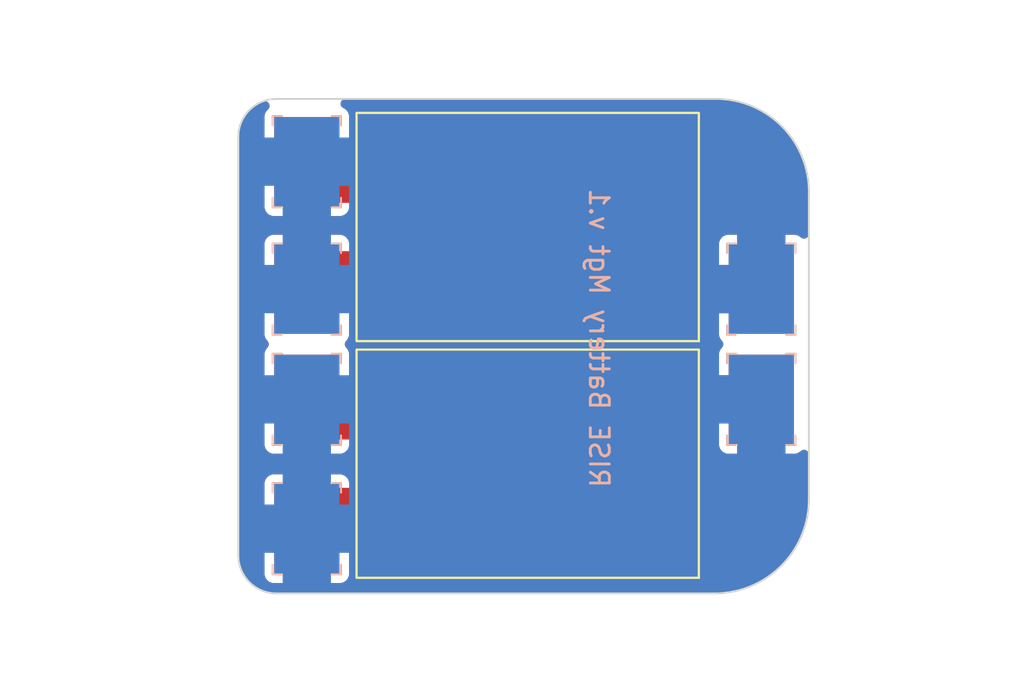
<source format=kicad_pcb>
(kicad_pcb (version 20221018) (generator pcbnew)
  (layers (0 "F.Cu" signal) (31 "B.Cu" signal) (34 "B.Paste" user) (35 "F.Paste" user) (36 "B.SilkS" user "B.Silkscreen") (37 "F.SilkS" user "F.Silkscreen") (38 "B.Mask" user) (39 "F.Mask" user) (44 "Edge.Cuts" user))
  (net 0 "")
  (net 1 "VB1")
  (net 2 "VB2")
  (net 3 "VB")
  (net 4 "VB3")
  (net 5 "VB4")
  (net 6 "GND")
  (footprint "digikey-footprints:Test_Point_3.43x1.78mm" (layer "F.Cu") (at 61.6 50 90)
    (fp_text reference "TP7" hide)
    (fp_text value "5016")
    (fp_line (start -2.4 -1.8) (end -2.4 -1.3) (stroke (width 0.1)) (layer "F.SilkS"))
    (fp_line (start -2.4 -1.8) (end -1.9 -1.8) (stroke (width 0.1)) (layer "F.SilkS"))
    (fp_line (start -2.4 1.8) (end -2.4 1.3) (stroke (width 0.1)) (layer "F.SilkS"))
    (fp_line (start -2.4 1.8) (end -1.9 1.8) (stroke (width 0.1)) (layer "F.SilkS"))
    (fp_line (start 1.9 1.8) (end 2.4 1.8) (stroke (width 0.1)) (layer "F.SilkS"))
    (fp_line (start 2.4 -1.8) (end 1.9 -1.8) (stroke (width 0.1)) (layer "F.SilkS"))
    (fp_line (start 2.4 -1.8) (end 2.4 -1.35) (stroke (width 0.1)) (layer "F.SilkS"))
    (fp_line (start 2.4 1.8) (end 2.4 1.3) (stroke (width 0.1)) (layer "F.SilkS"))
    (pad "1" smd rect (at 0 0 90) (size 4.7 3.43) (layers "F.Cu" "F.Paste" "F.Mask") (net 2 "VB2"))
  )
  (footprint "digikey-footprints:Test_Point_3.43x1.78mm" (layer "F.Cu") (at 85.5 55.8 -90)
    (fp_text reference "TP2" hide)
    (fp_text value "5016")
    (fp_line (start -2.4 -1.8) (end -2.4 -1.3) (stroke (width 0.1)) (layer "F.SilkS"))
    (fp_line (start -2.4 -1.8) (end -1.9 -1.8) (stroke (width 0.1)) (layer "F.SilkS"))
    (fp_line (start -2.4 1.8) (end -2.4 1.3) (stroke (width 0.1)) (layer "F.SilkS"))
    (fp_line (start -2.4 1.8) (end -1.9 1.8) (stroke (width 0.1)) (layer "F.SilkS"))
    (fp_line (start 1.9 1.8) (end 2.4 1.8) (stroke (width 0.1)) (layer "F.SilkS"))
    (fp_line (start 2.4 -1.8) (end 1.9 -1.8) (stroke (width 0.1)) (layer "F.SilkS"))
    (fp_line (start 2.4 -1.8) (end 2.4 -1.35) (stroke (width 0.1)) (layer "F.SilkS"))
    (fp_line (start 2.4 1.8) (end 2.4 1.3) (stroke (width 0.1)) (layer "F.SilkS"))
    (pad "1" smd rect (at 0 0 270) (size 4.7 3.43) (layers "F.Cu" "F.Paste" "F.Mask") (net 3 "VB"))
  )
  (footprint "digikey-footprints:Test_Point_3.43x1.78mm" (layer "F.Cu") (at 85.5 50 -90)
    (fp_text reference "TP17" hide)
    (fp_text value "5016")
    (fp_line (start -2.4 -1.8) (end -2.4 -1.3) (stroke (width 0.1)) (layer "F.SilkS"))
    (fp_line (start -2.4 -1.8) (end -1.9 -1.8) (stroke (width 0.1)) (layer "F.SilkS"))
    (fp_line (start -2.4 1.8) (end -2.4 1.3) (stroke (width 0.1)) (layer "F.SilkS"))
    (fp_line (start -2.4 1.8) (end -1.9 1.8) (stroke (width 0.1)) (layer "F.SilkS"))
    (fp_line (start 1.9 1.8) (end 2.4 1.8) (stroke (width 0.1)) (layer "F.SilkS"))
    (fp_line (start 2.4 -1.8) (end 1.9 -1.8) (stroke (width 0.1)) (layer "F.SilkS"))
    (fp_line (start 2.4 -1.8) (end 2.4 -1.35) (stroke (width 0.1)) (layer "F.SilkS"))
    (fp_line (start 2.4 1.8) (end 2.4 1.3) (stroke (width 0.1)) (layer "F.SilkS"))
    (pad "1" smd rect (at 0 0 270) (size 4.7 3.43) (layers "F.Cu" "F.Paste" "F.Mask") (net 3 "VB"))
  )
  (footprint "Diode_SMD:STPS41L60CG-TR" (layer "F.Cu") (at 77.216 46.736 180)
    (fp_text reference "D1" hide)
    (fp_text value "FERD60H100CGY-TR")
    (fp_rect (start -5 -6) (end 13 6) (stroke (width 0.12)) (fill none) (layer "F.SilkS"))
    (pad "1" smd rect (at 10.6 -2.54 180) (size 3.7 1.3) (layers "F.Cu" "F.Paste" "F.Mask") (net 2 "VB2"))
    (pad "2" smd rect (at 10.6 2.54 180) (size 3.7 1.3) (layers "F.Cu" "F.Paste" "F.Mask") (net 1 "VB1"))
    (pad "3" smd rect (at 0 0 180) (size 8.9 10.3) (layers "F.Cu" "F.Paste" "F.Mask") (net 3 "VB"))
    (pad "4" smd rect (at 10.6 0 180) (size 3.7 1.3) (layers "F.Cu" "F.Paste" "F.Mask"))
  )
  (footprint "Diode_SMD:STPS41L60CG-TR" (layer "F.Cu") (at 77.216 59.182 180)
    (fp_text reference "D2" hide)
    (fp_text value "FERD60H100CGY-TR")
    (fp_rect (start -5 -6) (end 13 6) (stroke (width 0.12)) (fill none) (layer "F.SilkS"))
    (pad "1" smd rect (at 10.6 -2.54 180) (size 3.7 1.3) (layers "F.Cu" "F.Paste" "F.Mask") (net 5 "VB4"))
    (pad "2" smd rect (at 10.6 2.54 180) (size 3.7 1.3) (layers "F.Cu" "F.Paste" "F.Mask") (net 4 "VB3"))
    (pad "3" smd rect (at 0 0 180) (size 8.9 10.3) (layers "F.Cu" "F.Paste" "F.Mask") (net 3 "VB"))
    (pad "4" smd rect (at 10.6 0 180) (size 3.7 1.3) (layers "F.Cu" "F.Paste" "F.Mask"))
  )
  (footprint "digikey-footprints:Test_Point_3.43x1.78mm" (layer "F.Cu") (at 61.6 62.6 90)
    (fp_text reference "TP15" hide)
    (fp_text value "5016")
    (fp_line (start -2.4 -1.8) (end -2.4 -1.3) (stroke (width 0.1)) (layer "F.SilkS"))
    (fp_line (start -2.4 -1.8) (end -1.9 -1.8) (stroke (width 0.1)) (layer "F.SilkS"))
    (fp_line (start -2.4 1.8) (end -2.4 1.3) (stroke (width 0.1)) (layer "F.SilkS"))
    (fp_line (start -2.4 1.8) (end -1.9 1.8) (stroke (width 0.1)) (layer "F.SilkS"))
    (fp_line (start 1.9 1.8) (end 2.4 1.8) (stroke (width 0.1)) (layer "F.SilkS"))
    (fp_line (start 2.4 -1.8) (end 1.9 -1.8) (stroke (width 0.1)) (layer "F.SilkS"))
    (fp_line (start 2.4 -1.8) (end 2.4 -1.35) (stroke (width 0.1)) (layer "F.SilkS"))
    (fp_line (start 2.4 1.8) (end 2.4 1.3) (stroke (width 0.1)) (layer "F.SilkS"))
    (pad "1" smd rect (at 0 0 90) (size 4.7 3.43) (layers "F.Cu" "F.Paste" "F.Mask") (net 5 "VB4"))
  )
  (footprint "digikey-footprints:Test_Point_3.43x1.78mm" (layer "F.Cu") (at 61.6 43.3 -90)
    (fp_text reference "TP3" hide)
    (fp_text value "5016")
    (fp_line (start -2.4 -1.8) (end -2.4 -1.3) (stroke (width 0.1)) (layer "F.SilkS"))
    (fp_line (start -2.4 -1.8) (end -1.9 -1.8) (stroke (width 0.1)) (layer "F.SilkS"))
    (fp_line (start -2.4 1.8) (end -2.4 1.3) (stroke (width 0.1)) (layer "F.SilkS"))
    (fp_line (start -2.4 1.8) (end -1.9 1.8) (stroke (width 0.1)) (layer "F.SilkS"))
    (fp_line (start 1.9 1.8) (end 2.4 1.8) (stroke (width 0.1)) (layer "F.SilkS"))
    (fp_line (start 2.4 -1.8) (end 1.9 -1.8) (stroke (width 0.1)) (layer "F.SilkS"))
    (fp_line (start 2.4 -1.8) (end 2.4 -1.35) (stroke (width 0.1)) (layer "F.SilkS"))
    (fp_line (start 2.4 1.8) (end 2.4 1.3) (stroke (width 0.1)) (layer "F.SilkS"))
    (pad "1" smd rect (at 0 0 270) (size 4.7 3.43) (layers "F.Cu" "F.Paste" "F.Mask") (net 1 "VB1"))
  )
  (footprint "digikey-footprints:Test_Point_3.43x1.78mm" (layer "F.Cu") (at 61.6 55.8 90)
    (fp_text reference "TP11" hide)
    (fp_text value "5016")
    (fp_line (start -2.4 -1.8) (end -2.4 -1.3) (stroke (width 0.1)) (layer "F.SilkS"))
    (fp_line (start -2.4 -1.8) (end -1.9 -1.8) (stroke (width 0.1)) (layer "F.SilkS"))
    (fp_line (start -2.4 1.8) (end -2.4 1.3) (stroke (width 0.1)) (layer "F.SilkS"))
    (fp_line (start -2.4 1.8) (end -1.9 1.8) (stroke (width 0.1)) (layer "F.SilkS"))
    (fp_line (start 1.9 1.8) (end 2.4 1.8) (stroke (width 0.1)) (layer "F.SilkS"))
    (fp_line (start 2.4 -1.8) (end 1.9 -1.8) (stroke (width 0.1)) (layer "F.SilkS"))
    (fp_line (start 2.4 -1.8) (end 2.4 -1.35) (stroke (width 0.1)) (layer "F.SilkS"))
    (fp_line (start 2.4 1.8) (end 2.4 1.3) (stroke (width 0.1)) (layer "F.SilkS"))
    (pad "1" smd rect (at 0 0 90) (size 4.7 3.43) (layers "F.Cu" "F.Paste" "F.Mask") (net 4 "VB3"))
  )
  (footprint "digikey-footprints:Test_Point_3.43x1.78mm" (layer "B.Cu") (at 61.6 55.8 -90)
    (fp_text reference "TP9" hide)
    (fp_text value "5016")
    (fp_line (start -2.4 -1.8) (end -2.4 -1.3) (stroke (width 0.1)) (layer "B.SilkS"))
    (fp_line (start -2.4 -1.8) (end -1.9 -1.8) (stroke (width 0.1)) (layer "B.SilkS"))
    (fp_line (start -2.4 1.8) (end -2.4 1.3) (stroke (width 0.1)) (layer "B.SilkS"))
    (fp_line (start -2.4 1.8) (end -1.9 1.8) (stroke (width 0.1)) (layer "B.SilkS"))
    (fp_line (start 1.9 -1.8) (end 2.4 -1.8) (stroke (width 0.1)) (layer "B.SilkS"))
    (fp_line (start 2.4 -1.8) (end 2.4 -1.3) (stroke (width 0.1)) (layer "B.SilkS"))
    (fp_line (start 2.4 1.8) (end 1.9 1.8) (stroke (width 0.1)) (layer "B.SilkS"))
    (fp_line (start 2.4 1.8) (end 2.4 1.35) (stroke (width 0.1)) (layer "B.SilkS"))
    (pad "1" smd rect (at 0 0 270) (size 4.7 3.43) (layers "B.Cu" "B.Paste" "B.Mask") (net 6 "GND"))
  )
  (footprint "digikey-footprints:Test_Point_3.43x1.78mm" (layer "B.Cu") (at 61.6 43.3 -90)
    (fp_text reference "TP5" hide)
    (fp_text value "5016")
    (fp_line (start -2.4 -1.8) (end -2.4 -1.3) (stroke (width 0.1)) (layer "B.SilkS"))
    (fp_line (start -2.4 -1.8) (end -1.9 -1.8) (stroke (width 0.1)) (layer "B.SilkS"))
    (fp_line (start -2.4 1.8) (end -2.4 1.3) (stroke (width 0.1)) (layer "B.SilkS"))
    (fp_line (start -2.4 1.8) (end -1.9 1.8) (stroke (width 0.1)) (layer "B.SilkS"))
    (fp_line (start 1.9 -1.8) (end 2.4 -1.8) (stroke (width 0.1)) (layer "B.SilkS"))
    (fp_line (start 2.4 -1.8) (end 2.4 -1.3) (stroke (width 0.1)) (layer "B.SilkS"))
    (fp_line (start 2.4 1.8) (end 1.9 1.8) (stroke (width 0.1)) (layer "B.SilkS"))
    (fp_line (start 2.4 1.8) (end 2.4 1.35) (stroke (width 0.1)) (layer "B.SilkS"))
    (pad "1" smd rect (at 0 0 270) (size 4.7 3.43) (layers "B.Cu" "B.Paste" "B.Mask") (net 6 "GND"))
  )
  (footprint "digikey-footprints:Test_Point_3.43x1.78mm" (layer "B.Cu") (at 61.6 62.6 90)
    (fp_text reference "TP1" hide)
    (fp_text value "5016")
    (fp_line (start -2.4 -1.8) (end -2.4 -1.3) (stroke (width 0.1)) (layer "B.SilkS"))
    (fp_line (start -2.4 -1.8) (end -1.9 -1.8) (stroke (width 0.1)) (layer "B.SilkS"))
    (fp_line (start -2.4 1.8) (end -2.4 1.3) (stroke (width 0.1)) (layer "B.SilkS"))
    (fp_line (start -2.4 1.8) (end -1.9 1.8) (stroke (width 0.1)) (layer "B.SilkS"))
    (fp_line (start 1.9 -1.8) (end 2.4 -1.8) (stroke (width 0.1)) (layer "B.SilkS"))
    (fp_line (start 2.4 -1.8) (end 2.4 -1.3) (stroke (width 0.1)) (layer "B.SilkS"))
    (fp_line (start 2.4 1.8) (end 1.9 1.8) (stroke (width 0.1)) (layer "B.SilkS"))
    (fp_line (start 2.4 1.8) (end 2.4 1.35) (stroke (width 0.1)) (layer "B.SilkS"))
    (pad "1" smd rect (at 0 0 90) (size 4.7 3.43) (layers "B.Cu" "B.Paste" "B.Mask") (net 6 "GND"))
  )
  (footprint "digikey-footprints:Test_Point_3.43x1.78mm" (layer "B.Cu") (at 85.5 55.8 -90)
    (fp_text reference "TP4" hide)
    (fp_text value "5016")
    (fp_line (start -2.4 -1.8) (end -2.4 -1.3) (stroke (width 0.1)) (layer "B.SilkS"))
    (fp_line (start -2.4 -1.8) (end -1.9 -1.8) (stroke (width 0.1)) (layer "B.SilkS"))
    (fp_line (start -2.4 1.8) (end -2.4 1.3) (stroke (width 0.1)) (layer "B.SilkS"))
    (fp_line (start -2.4 1.8) (end -1.9 1.8) (stroke (width 0.1)) (layer "B.SilkS"))
    (fp_line (start 1.9 -1.8) (end 2.4 -1.8) (stroke (width 0.1)) (layer "B.SilkS"))
    (fp_line (start 2.4 -1.8) (end 2.4 -1.3) (stroke (width 0.1)) (layer "B.SilkS"))
    (fp_line (start 2.4 1.8) (end 1.9 1.8) (stroke (width 0.1)) (layer "B.SilkS"))
    (fp_line (start 2.4 1.8) (end 2.4 1.35) (stroke (width 0.1)) (layer "B.SilkS"))
    (pad "1" smd rect (at 0 0 270) (size 4.7 3.43) (layers "B.Cu" "B.Paste" "B.Mask") (net 6 "GND"))
  )
  (footprint "digikey-footprints:Test_Point_3.43x1.78mm" (layer "B.Cu") (at 85.5 50 -90)
    (fp_text reference "TP19" hide)
    (fp_text value "5016")
    (fp_line (start -2.4 -1.8) (end -2.4 -1.3) (stroke (width 0.1)) (layer "B.SilkS"))
    (fp_line (start -2.4 -1.8) (end -1.9 -1.8) (stroke (width 0.1)) (layer "B.SilkS"))
    (fp_line (start -2.4 1.8) (end -2.4 1.3) (stroke (width 0.1)) (layer "B.SilkS"))
    (fp_line (start -2.4 1.8) (end -1.9 1.8) (stroke (width 0.1)) (layer "B.SilkS"))
    (fp_line (start 1.9 -1.8) (end 2.4 -1.8) (stroke (width 0.1)) (layer "B.SilkS"))
    (fp_line (start 2.4 -1.8) (end 2.4 -1.3) (stroke (width 0.1)) (layer "B.SilkS"))
    (fp_line (start 2.4 1.8) (end 1.9 1.8) (stroke (width 0.1)) (layer "B.SilkS"))
    (fp_line (start 2.4 1.8) (end 2.4 1.35) (stroke (width 0.1)) (layer "B.SilkS"))
    (pad "1" smd rect (at 0 0 270) (size 4.7 3.43) (layers "B.Cu" "B.Paste" "B.Mask") (net 6 "GND"))
  )
  (footprint "digikey-footprints:Test_Point_3.43x1.78mm" (layer "B.Cu") (at 61.6 50 -90)
    (fp_text reference "TP13" hide)
    (fp_text value "5016")
    (fp_line (start -2.4 -1.8) (end -2.4 -1.3) (stroke (width 0.1)) (layer "B.SilkS"))
    (fp_line (start -2.4 -1.8) (end -1.9 -1.8) (stroke (width 0.1)) (layer "B.SilkS"))
    (fp_line (start -2.4 1.8) (end -2.4 1.3) (stroke (width 0.1)) (layer "B.SilkS"))
    (fp_line (start -2.4 1.8) (end -1.9 1.8) (stroke (width 0.1)) (layer "B.SilkS"))
    (fp_line (start 1.9 -1.8) (end 2.4 -1.8) (stroke (width 0.1)) (layer "B.SilkS"))
    (fp_line (start 2.4 -1.8) (end 2.4 -1.3) (stroke (width 0.1)) (layer "B.SilkS"))
    (fp_line (start 2.4 1.8) (end 1.9 1.8) (stroke (width 0.1)) (layer "B.SilkS"))
    (fp_line (start 2.4 1.8) (end 2.4 1.35) (stroke (width 0.1)) (layer "B.SilkS"))
    (pad "1" smd rect (at 0 0 270) (size 4.7 3.43) (layers "B.Cu" "B.Paste" "B.Mask") (net 6 "GND"))
  )
  (gr_line (start 58 64) (end 58 42) (stroke (width 0.1)) (layer "Edge.Cuts"))
  (gr_arc (start 83 40) (mid 86.568105 41.431895) (end 88 45) (stroke (width 0.1)) (layer "Edge.Cuts"))
  (gr_line (start 60 40) (end 83 40) (stroke (width 0.1)) (layer "Edge.Cuts"))
  (gr_arc (start 58 42) (mid 58.585786 40.585786) (end 60 40) (stroke (width 0.1)) (layer "Edge.Cuts"))
  (gr_arc (start 60 66) (mid 58.585786 65.414214) (end 58 64) (stroke (width 0.1)) (layer "Edge.Cuts"))
  (gr_line (start 88 45) (end 88 61) (stroke (width 0.1)) (layer "Edge.Cuts"))
  (gr_line (start 60 66) (end 83 66) (stroke (width 0.1)) (layer "Edge.Cuts"))
  (gr_arc (start 88 61) (mid 86.548338 64.548337) (end 83 66) (stroke (width 0.1)) (layer "Edge.Cuts"))
  (gr_text "RISE Battery Mgt v.1\n" (at 76.962 52.578 270) (layer "B.SilkS") (effects (font (size 1 1)) (justify mirror)))
  (segment (start 62.496 44.196) (end 61.6 43.3) (width 2.54) (layer "F.Cu") (net 1))
  (segment (start 66.616 44.196) (end 62.496 44.196) (width 2.54) (layer "F.Cu") (net 1))
  (segment (start 62.324 49.276) (end 61.6 50) (width 2.54) (layer "F.Cu") (net 2))
  (segment (start 66.616 49.276) (end 62.324 49.276) (width 2.54) (layer "F.Cu") (net 2))
  (segment (start 66.616 56.642) (end 62.442 56.642) (width 2.54) (layer "F.Cu") (net 4))
  (segment (start 62.442 56.642) (end 61.6 55.8) (width 2.54) (layer "F.Cu") (net 4))
  (segment (start 62.478 61.722) (end 61.6 62.6) (width 2.54) (layer "F.Cu") (net 5))
  (segment (start 66.616 61.722) (end 62.478 61.722) (width 2.54) (layer "F.Cu") (net 5))
  (zone (net 3) (net_name "VB") (layer "F.Cu") (connect_pads (clearance 0.508)) (min_thickness 0.508) (fill yes (thermal_gap 0.508) (thermal_bridge_width 2.54))
    (polygon (pts (xy 96.012 68.072) (xy 47.498 69.342) (xy 48.26 36.322) (xy 95.758 36.322)))
  )
  (zone (net 6) (net_name "GND") (layer "B.Cu") (connect_pads (clearance 0.508)) (min_thickness 0.508) (fill yes (thermal_gap 0.508) (thermal_bridge_width 2.54))
    (polygon (pts (xy 99.314 70.104) (xy 45.466 70.358) (xy 45.466 35.56) (xy 98.552 34.798)))
  )
)
</source>
